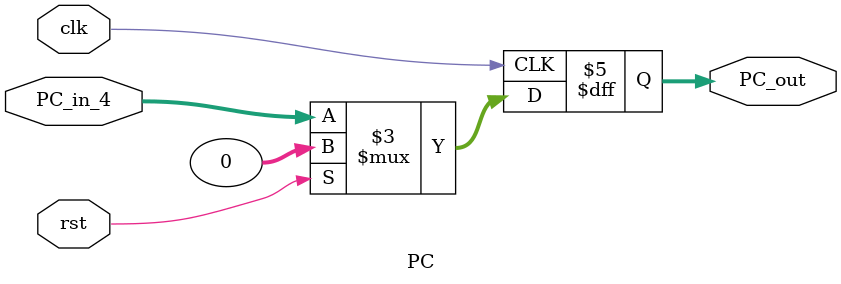
<source format=v>
module PC(clk, rst, PC_in_4, PC_out);

input clk, rst;
input [31:0] PC_in_4;
output reg [31:0] PC_out;

always @ (posedge clk) begin

if (rst) begin
PC_out <= 32'b0;
end

else begin
PC_out <= PC_in_4;
end


end


endmodule

</source>
